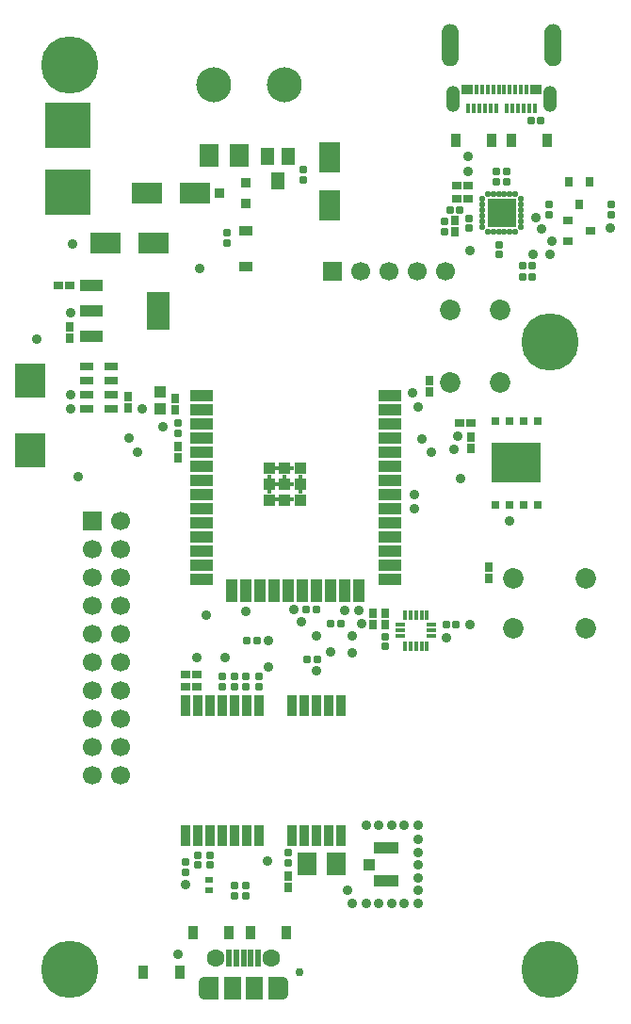
<source format=gts>
G04*
G04 #@! TF.GenerationSoftware,Altium Limited,Altium Designer,22.5.1 (42)*
G04*
G04 Layer_Color=8388736*
%FSLAX25Y25*%
%MOIN*%
G70*
G04*
G04 #@! TF.SameCoordinates,F96336C5-8BC0-4A74-BE74-20B5A895D5FC*
G04*
G04*
G04 #@! TF.FilePolarity,Negative*
G04*
G01*
G75*
%ADD39R,0.07000X0.08000*%
%ADD61C,0.03591*%
G04:AMPARAMS|DCode=62|XSize=27.56mil|YSize=25.59mil|CornerRadius=5.41mil|HoleSize=0mil|Usage=FLASHONLY|Rotation=0.000|XOffset=0mil|YOffset=0mil|HoleType=Round|Shape=RoundedRectangle|*
%AMROUNDEDRECTD62*
21,1,0.02756,0.01476,0,0,0.0*
21,1,0.01673,0.02559,0,0,0.0*
1,1,0.01083,0.00837,-0.00738*
1,1,0.01083,-0.00837,-0.00738*
1,1,0.01083,-0.00837,0.00738*
1,1,0.01083,0.00837,0.00738*
%
%ADD62ROUNDEDRECTD62*%
%ADD63R,0.10236X0.10236*%
%ADD64O,0.02362X0.01968*%
%ADD65O,0.01968X0.02362*%
%ADD66R,0.02559X0.03150*%
%ADD67R,0.17520X0.13976*%
%ADD68C,0.02953*%
%ADD69R,0.03391X0.01591*%
%ADD70R,0.01591X0.03391*%
%ADD71R,0.02953X0.03740*%
G04:AMPARAMS|DCode=72|XSize=27.56mil|YSize=25.59mil|CornerRadius=5.41mil|HoleSize=0mil|Usage=FLASHONLY|Rotation=90.000|XOffset=0mil|YOffset=0mil|HoleType=Round|Shape=RoundedRectangle|*
%AMROUNDEDRECTD72*
21,1,0.02756,0.01476,0,0,90.0*
21,1,0.01673,0.02559,0,0,90.0*
1,1,0.01083,0.00738,0.00837*
1,1,0.01083,0.00738,-0.00837*
1,1,0.01083,-0.00738,-0.00837*
1,1,0.01083,-0.00738,0.00837*
%
%ADD72ROUNDEDRECTD72*%
%ADD73R,0.03740X0.07677*%
%ADD74R,0.04921X0.02953*%
%ADD75R,0.10630X0.12205*%
%ADD76R,0.03740X0.04528*%
%ADD77R,0.08661X0.04134*%
%ADD78R,0.04134X0.03937*%
%ADD79R,0.04528X0.06102*%
%ADD80R,0.11024X0.07480*%
%ADD81R,0.02953X0.02165*%
%ADD82R,0.04134X0.04134*%
%ADD83R,0.08465X0.04134*%
%ADD84R,0.04134X0.08465*%
%ADD85R,0.16339X0.16339*%
%ADD86R,0.04331X0.04331*%
%ADD87R,0.03032X0.03543*%
%ADD88R,0.08071X0.13189*%
%ADD89R,0.08071X0.04134*%
%ADD90R,0.03740X0.03740*%
%ADD91R,0.01772X0.03347*%
%ADD92R,0.04134X0.03347*%
%ADD93R,0.05315X0.08071*%
%ADD94R,0.06496X0.08071*%
%ADD95R,0.02165X0.05906*%
%ADD96R,0.03543X0.03032*%
%ADD97R,0.07480X0.11024*%
%ADD98R,0.03740X0.02953*%
%ADD99R,0.04528X0.03740*%
%ADD100C,0.07284*%
%ADD101C,0.06693*%
%ADD102R,0.06693X0.06693*%
%ADD103C,0.01772*%
%ADD104O,0.04921X0.09252*%
%ADD105O,0.05709X0.10827*%
%ADD106O,0.04331X0.08071*%
%ADD107C,0.06299*%
%ADD108C,0.12402*%
%ADD109C,0.02559*%
%ADD110C,0.20276*%
G36*
X907431Y781855D02*
X907277Y781867D01*
X907124Y781888D01*
X906972Y781916D01*
X906822Y781952D01*
X906674Y781996D01*
X906528Y782047D01*
X906385Y782106D01*
X906245Y782173D01*
X906110Y782247D01*
X905978Y782328D01*
X905850Y782415D01*
X905728Y782509D01*
X905610Y782610D01*
X905498Y782716D01*
X905392Y782828D01*
X905291Y782946D01*
X905197Y783068D01*
X905110Y783196D01*
X905029Y783328D01*
X904955Y783463D01*
X904889Y783603D01*
X904829Y783746D01*
X904778Y783891D01*
X904734Y784040D01*
X904698Y784190D01*
X904670Y784342D01*
X904649Y784495D01*
X904637Y784649D01*
X904633Y784804D01*
Y793859D01*
X904637Y794014D01*
X904649Y794168D01*
X904670Y794321D01*
X904698Y794473D01*
X904734Y794623D01*
X904778Y794772D01*
X904829Y794917D01*
X904889Y795060D01*
X904955Y795200D01*
X905029Y795335D01*
X905110Y795467D01*
X905197Y795595D01*
X905291Y795717D01*
X905392Y795835D01*
X905498Y795947D01*
X905610Y796053D01*
X905728Y796154D01*
X905850Y796248D01*
X905978Y796336D01*
X906110Y796416D01*
X906245Y796490D01*
X906385Y796557D01*
X906528Y796616D01*
X906674Y796667D01*
X906822Y796711D01*
X906972Y796747D01*
X907124Y796775D01*
X907277Y796796D01*
X907431Y796808D01*
X907586Y796812D01*
X907740Y796808D01*
X907895Y796796D01*
X908048Y796775D01*
X908200Y796747D01*
X908350Y796711D01*
X908498Y796667D01*
X908644Y796616D01*
X908787Y796557D01*
X908926Y796490D01*
X909062Y796416D01*
X909194Y796336D01*
X909322Y796248D01*
X909444Y796154D01*
X909562Y796053D01*
X909674Y795947D01*
X909780Y795835D01*
X909881Y795717D01*
X909975Y795595D01*
X910062Y795467D01*
X910143Y795335D01*
X910217Y795200D01*
X910283Y795060D01*
X910343Y794917D01*
X910394Y794772D01*
X910438Y794623D01*
X910474Y794473D01*
X910502Y794321D01*
X910522Y794168D01*
X910535Y794014D01*
X910539Y793859D01*
Y784804D01*
X910535Y784649D01*
X910522Y784495D01*
X910502Y784342D01*
X910474Y784190D01*
X910438Y784040D01*
X910394Y783891D01*
X910343Y783746D01*
X910283Y783603D01*
X910217Y783463D01*
X910143Y783328D01*
X910062Y783196D01*
X909975Y783068D01*
X909881Y782946D01*
X909780Y782828D01*
X909674Y782716D01*
X909562Y782610D01*
X909444Y782509D01*
X909322Y782415D01*
X909194Y782328D01*
X909062Y782247D01*
X908926Y782173D01*
X908787Y782106D01*
X908644Y782047D01*
X908498Y781996D01*
X908350Y781952D01*
X908200Y781916D01*
X908048Y781888D01*
X907895Y781867D01*
X907740Y781855D01*
X907586Y781851D01*
X907431Y781855D01*
D02*
G37*
G36*
X943809D02*
X943655Y781867D01*
X943502Y781888D01*
X943350Y781916D01*
X943200Y781952D01*
X943052Y781996D01*
X942906Y782047D01*
X942763Y782106D01*
X942623Y782173D01*
X942488Y782247D01*
X942356Y782328D01*
X942228Y782415D01*
X942106Y782509D01*
X941988Y782610D01*
X941876Y782716D01*
X941770Y782828D01*
X941669Y782946D01*
X941575Y783068D01*
X941488Y783196D01*
X941407Y783328D01*
X941333Y783463D01*
X941266Y783603D01*
X941207Y783746D01*
X941156Y783891D01*
X941112Y784040D01*
X941076Y784190D01*
X941047Y784342D01*
X941027Y784495D01*
X941015Y784649D01*
X941011Y784804D01*
Y793859D01*
X941015Y794014D01*
X941027Y794168D01*
X941047Y794321D01*
X941076Y794473D01*
X941112Y794623D01*
X941156Y794772D01*
X941207Y794917D01*
X941266Y795060D01*
X941333Y795200D01*
X941407Y795335D01*
X941488Y795467D01*
X941575Y795595D01*
X941669Y795717D01*
X941770Y795835D01*
X941876Y795947D01*
X941988Y796053D01*
X942106Y796154D01*
X942228Y796248D01*
X942356Y796336D01*
X942488Y796416D01*
X942623Y796490D01*
X942763Y796557D01*
X942906Y796616D01*
X943052Y796667D01*
X943200Y796711D01*
X943350Y796747D01*
X943502Y796775D01*
X943655Y796796D01*
X943809Y796808D01*
X943964Y796812D01*
X944118Y796808D01*
X944273Y796796D01*
X944426Y796775D01*
X944578Y796747D01*
X944728Y796711D01*
X944876Y796667D01*
X945022Y796616D01*
X945165Y796557D01*
X945304Y796490D01*
X945440Y796416D01*
X945572Y796336D01*
X945700Y796248D01*
X945822Y796154D01*
X945940Y796053D01*
X946052Y795947D01*
X946158Y795835D01*
X946259Y795717D01*
X946353Y795595D01*
X946440Y795467D01*
X946521Y795335D01*
X946595Y795200D01*
X946661Y795060D01*
X946721Y794917D01*
X946772Y794772D01*
X946816Y794623D01*
X946852Y794473D01*
X946880Y794321D01*
X946900Y794168D01*
X946913Y794014D01*
X946917Y793859D01*
Y784804D01*
X946913Y784649D01*
X946900Y784495D01*
X946880Y784342D01*
X946852Y784190D01*
X946816Y784040D01*
X946772Y783891D01*
X946721Y783746D01*
X946661Y783603D01*
X946595Y783463D01*
X946521Y783328D01*
X946440Y783196D01*
X946353Y783068D01*
X946259Y782946D01*
X946158Y782828D01*
X946052Y782716D01*
X945940Y782610D01*
X945822Y782509D01*
X945700Y782415D01*
X945572Y782328D01*
X945440Y782247D01*
X945304Y782173D01*
X945165Y782106D01*
X945022Y782047D01*
X944876Y781996D01*
X944728Y781952D01*
X944578Y781916D01*
X944426Y781888D01*
X944273Y781867D01*
X944118Y781855D01*
X943964Y781851D01*
X943809Y781855D01*
D02*
G37*
D39*
X832900Y750200D02*
D03*
X822400D02*
D03*
X856900Y499700D02*
D03*
X867400D02*
D03*
D61*
X894923Y630209D02*
D03*
X805900Y654200D02*
D03*
X796909Y645191D02*
D03*
X894400Y666200D02*
D03*
X871400Y490200D02*
D03*
X872900Y485700D02*
D03*
X877900D02*
D03*
X882400D02*
D03*
X886900D02*
D03*
X891400D02*
D03*
X896400D02*
D03*
Y490200D02*
D03*
Y494700D02*
D03*
Y499200D02*
D03*
Y503700D02*
D03*
Y508200D02*
D03*
Y513200D02*
D03*
X891400D02*
D03*
X886900D02*
D03*
X882400D02*
D03*
X877900D02*
D03*
X821400Y587700D02*
D03*
X775900Y636700D02*
D03*
X964400Y724700D02*
D03*
X943489Y719958D02*
D03*
X818900Y710200D02*
D03*
X773900Y719070D02*
D03*
X913986Y744574D02*
D03*
X913986Y749806D02*
D03*
X937900Y728200D02*
D03*
X936900Y715200D02*
D03*
X942900D02*
D03*
X939900Y724200D02*
D03*
X914461Y584325D02*
D03*
X817900Y572700D02*
D03*
X813900Y492139D02*
D03*
X894900Y625200D02*
D03*
X911273Y636078D02*
D03*
X914482Y716700D02*
D03*
X928540Y621044D02*
D03*
X827900Y572700D02*
D03*
X811400Y467700D02*
D03*
X798539Y660728D02*
D03*
X773127Y660720D02*
D03*
X761400Y685200D02*
D03*
X842900Y500700D02*
D03*
X835132Y588932D02*
D03*
X773127Y665680D02*
D03*
X773400Y694700D02*
D03*
X843400Y578700D02*
D03*
X860400Y580200D02*
D03*
Y567900D02*
D03*
X855067Y585200D02*
D03*
X852400Y589700D02*
D03*
X843312Y569322D02*
D03*
X870400Y589200D02*
D03*
X876400Y584700D02*
D03*
X875400Y589200D02*
D03*
X865400Y574700D02*
D03*
X872900Y580200D02*
D03*
X872900Y574200D02*
D03*
X906300Y579700D02*
D03*
X793909Y650191D02*
D03*
X900900Y645200D02*
D03*
X896400Y661200D02*
D03*
X910163Y650846D02*
D03*
X897602Y649902D02*
D03*
X908900Y646200D02*
D03*
D62*
X905506Y727004D02*
D03*
Y723461D02*
D03*
X811400Y651928D02*
D03*
Y655472D02*
D03*
X914386Y724574D02*
D03*
Y728117D02*
D03*
X924900Y718743D02*
D03*
Y715200D02*
D03*
X942694Y732999D02*
D03*
Y729456D02*
D03*
X964500Y729285D02*
D03*
Y732829D02*
D03*
X884461Y580096D02*
D03*
Y576553D02*
D03*
X835400Y491903D02*
D03*
Y488360D02*
D03*
X831400Y491903D02*
D03*
Y488360D02*
D03*
X826900Y562367D02*
D03*
Y565911D02*
D03*
X831400Y562367D02*
D03*
Y565911D02*
D03*
X822554Y502772D02*
D03*
Y499228D02*
D03*
X835400Y565911D02*
D03*
Y562367D02*
D03*
X839900D02*
D03*
Y565911D02*
D03*
X850400Y503472D02*
D03*
Y499928D02*
D03*
X818400Y499228D02*
D03*
Y502772D02*
D03*
X828703Y722909D02*
D03*
Y719365D02*
D03*
X855746Y745279D02*
D03*
Y741736D02*
D03*
X927650Y744472D02*
D03*
Y740928D02*
D03*
X923900Y744472D02*
D03*
Y740928D02*
D03*
X813900Y496596D02*
D03*
Y500139D02*
D03*
D63*
X925775Y729987D02*
D03*
D64*
X932566Y734909D02*
D03*
Y732940D02*
D03*
Y730972D02*
D03*
Y729003D02*
D03*
Y727035D02*
D03*
Y725066D02*
D03*
X918984D02*
D03*
Y727035D02*
D03*
Y729003D02*
D03*
Y730972D02*
D03*
Y732940D02*
D03*
Y734909D02*
D03*
D65*
X930696Y723196D02*
D03*
X928728D02*
D03*
X926759D02*
D03*
X924791D02*
D03*
X922822D02*
D03*
X920854D02*
D03*
Y736779D02*
D03*
X922822D02*
D03*
X924791D02*
D03*
X926759D02*
D03*
X928728D02*
D03*
X930696D02*
D03*
D66*
X923584Y626724D02*
D03*
X928584D02*
D03*
X933584D02*
D03*
X938584D02*
D03*
X923584Y656291D02*
D03*
X928584D02*
D03*
X933584D02*
D03*
X938584D02*
D03*
D67*
X931084Y641507D02*
D03*
D68*
X854400Y461139D02*
D03*
D69*
X889900Y580200D02*
D03*
Y582200D02*
D03*
Y584200D02*
D03*
X901100D02*
D03*
Y582200D02*
D03*
Y580200D02*
D03*
D70*
X891600Y587800D02*
D03*
X893500D02*
D03*
X895500D02*
D03*
X897500D02*
D03*
X899400D02*
D03*
Y576600D02*
D03*
X897500D02*
D03*
X895500D02*
D03*
X893500D02*
D03*
X891600D02*
D03*
D71*
X953279Y732999D02*
D03*
X957019Y740952D02*
D03*
X949539D02*
D03*
D72*
X856928Y572100D02*
D03*
X860472D02*
D03*
X856628Y589700D02*
D03*
X860172D02*
D03*
X868943Y584700D02*
D03*
X865400D02*
D03*
X907527Y730974D02*
D03*
X911070D02*
D03*
X933128Y707200D02*
D03*
X936672D02*
D03*
X933128Y711200D02*
D03*
X936672D02*
D03*
X909672Y584200D02*
D03*
X906128D02*
D03*
X939751Y762743D02*
D03*
X936208D02*
D03*
X835628Y578700D02*
D03*
X839172D02*
D03*
D73*
X831164Y509639D02*
D03*
X813841Y555639D02*
D03*
X818172D02*
D03*
X822502D02*
D03*
X826833D02*
D03*
X831164D02*
D03*
X835495D02*
D03*
X839825D02*
D03*
X851636D02*
D03*
X855967D02*
D03*
X860298D02*
D03*
X864628D02*
D03*
X868959D02*
D03*
Y509639D02*
D03*
X864628D02*
D03*
X860298D02*
D03*
X855967D02*
D03*
X851636D02*
D03*
X839825D02*
D03*
X835495D02*
D03*
X826833D02*
D03*
X822502D02*
D03*
X818172D02*
D03*
X813841D02*
D03*
D74*
X778904Y660779D02*
D03*
Y665700D02*
D03*
Y670621D02*
D03*
Y675543D02*
D03*
X787565Y660779D02*
D03*
Y665700D02*
D03*
Y670621D02*
D03*
Y675543D02*
D03*
D75*
X758900Y670503D02*
D03*
Y645897D02*
D03*
D76*
X816648Y475139D02*
D03*
X829404D02*
D03*
X922406Y755700D02*
D03*
X909651D02*
D03*
X799022Y461139D02*
D03*
X811778D02*
D03*
X941899Y755700D02*
D03*
X929143D02*
D03*
X849719Y475139D02*
D03*
X836963D02*
D03*
D77*
X884900Y505200D02*
D03*
Y493586D02*
D03*
D78*
X878896Y499393D02*
D03*
D79*
X842798Y749806D02*
D03*
X850278D02*
D03*
X846538Y741145D02*
D03*
D80*
X800207Y737011D02*
D03*
X817136D02*
D03*
X802640Y719169D02*
D03*
X785711D02*
D03*
D81*
X822400Y490428D02*
D03*
Y493972D02*
D03*
D82*
X843451Y639480D02*
D03*
Y633968D02*
D03*
Y628457D02*
D03*
X854475Y639480D02*
D03*
Y633968D02*
D03*
Y628457D02*
D03*
X848963Y639480D02*
D03*
Y633968D02*
D03*
Y628457D02*
D03*
D03*
D83*
X819435Y665209D02*
D03*
Y660209D02*
D03*
Y655209D02*
D03*
Y650209D02*
D03*
Y645209D02*
D03*
Y640209D02*
D03*
Y635209D02*
D03*
Y630209D02*
D03*
Y625209D02*
D03*
Y620209D02*
D03*
Y615209D02*
D03*
Y610209D02*
D03*
Y605209D02*
D03*
Y600209D02*
D03*
X886365D02*
D03*
Y605209D02*
D03*
Y610209D02*
D03*
Y615209D02*
D03*
Y620209D02*
D03*
Y625209D02*
D03*
Y630209D02*
D03*
Y635209D02*
D03*
Y640209D02*
D03*
Y645209D02*
D03*
Y650209D02*
D03*
Y655209D02*
D03*
Y660209D02*
D03*
Y665209D02*
D03*
D84*
X830400Y596272D02*
D03*
X835400D02*
D03*
X840400D02*
D03*
X845400D02*
D03*
X850400D02*
D03*
X855400D02*
D03*
X860400D02*
D03*
X865400D02*
D03*
X870400D02*
D03*
X875400D02*
D03*
D85*
X772400Y760822D02*
D03*
Y737200D02*
D03*
D86*
X804900Y666653D02*
D03*
Y660747D02*
D03*
D87*
X900400Y670669D02*
D03*
Y666732D02*
D03*
X810400Y660231D02*
D03*
Y664169D02*
D03*
X811400Y647169D02*
D03*
Y643231D02*
D03*
X914900Y650669D02*
D03*
Y646732D02*
D03*
X793704Y660905D02*
D03*
Y664842D02*
D03*
X880400Y588168D02*
D03*
Y584232D02*
D03*
X884461Y588293D02*
D03*
Y584356D02*
D03*
X850400Y495169D02*
D03*
Y491231D02*
D03*
X772900Y685671D02*
D03*
Y689608D02*
D03*
X909194Y727201D02*
D03*
Y723264D02*
D03*
X921400Y604700D02*
D03*
Y600763D02*
D03*
D88*
X804113Y695231D02*
D03*
D89*
X780687Y686176D02*
D03*
Y695231D02*
D03*
Y704287D02*
D03*
D90*
X835396Y733271D02*
D03*
Y740751D02*
D03*
X825947Y737011D02*
D03*
D91*
X937586Y767009D02*
D03*
X935618D02*
D03*
X933649D02*
D03*
X931680D02*
D03*
X929712D02*
D03*
X927743D02*
D03*
X923806D02*
D03*
X921838D02*
D03*
X919869D02*
D03*
X917901D02*
D03*
X915932D02*
D03*
X913964D02*
D03*
X916917Y773702D02*
D03*
X918885D02*
D03*
X920854D02*
D03*
X922822D02*
D03*
X924791D02*
D03*
X926759D02*
D03*
X928728D02*
D03*
X930696D02*
D03*
X932665D02*
D03*
X934633D02*
D03*
D92*
X913767D02*
D03*
X937783D02*
D03*
D93*
X845880Y455639D02*
D03*
X823046D02*
D03*
D94*
X838400D02*
D03*
X830526D02*
D03*
D95*
X839581Y466269D02*
D03*
X837022D02*
D03*
X834463D02*
D03*
X831904D02*
D03*
X829345D02*
D03*
D96*
X914009Y735109D02*
D03*
X910072D02*
D03*
X913869Y739700D02*
D03*
X909932D02*
D03*
X914869Y655700D02*
D03*
X910932D02*
D03*
X817869Y566700D02*
D03*
X813931D02*
D03*
X817994Y562439D02*
D03*
X814057D02*
D03*
X772869Y704200D02*
D03*
X768931D02*
D03*
D97*
X864899Y749669D02*
D03*
Y732739D02*
D03*
D98*
X957255Y723698D02*
D03*
X949302Y727438D02*
D03*
Y719958D02*
D03*
D99*
X835396Y723578D02*
D03*
Y710822D02*
D03*
D100*
X925258Y695495D02*
D03*
Y669905D02*
D03*
X907542Y695495D02*
D03*
Y669905D02*
D03*
X955436Y583078D02*
D03*
X929846D02*
D03*
X955436Y600794D02*
D03*
X929846D02*
D03*
D101*
X790900Y570900D02*
D03*
Y580900D02*
D03*
X780900D02*
D03*
Y570900D02*
D03*
Y590900D02*
D03*
X790900D02*
D03*
X780900Y600900D02*
D03*
X790900D02*
D03*
X780900Y610900D02*
D03*
X790900D02*
D03*
Y620900D02*
D03*
X780900Y530900D02*
D03*
X790900D02*
D03*
X780900Y540900D02*
D03*
X790900D02*
D03*
X780900Y550900D02*
D03*
X790900D02*
D03*
Y560900D02*
D03*
X780900D02*
D03*
X905900Y709200D02*
D03*
X895900D02*
D03*
X885900D02*
D03*
X875900D02*
D03*
D102*
X780900Y620900D02*
D03*
X865900Y709200D02*
D03*
D103*
X843495Y631213D02*
D03*
X854518D02*
D03*
Y636724D02*
D03*
X849006D02*
D03*
X843495D02*
D03*
X846207Y639524D02*
D03*
X851719D02*
D03*
Y634012D02*
D03*
X846207D02*
D03*
X851719Y628500D02*
D03*
X846207D02*
D03*
D104*
X942783Y770198D02*
D03*
X908767D02*
D03*
D105*
X943964Y791300D02*
D03*
X907586D02*
D03*
D106*
X848243Y455639D02*
D03*
X820683D02*
D03*
D107*
X844306Y466269D02*
D03*
X824621D02*
D03*
D108*
X823900Y775200D02*
D03*
X848900D02*
D03*
D109*
X923610Y727822D02*
D03*
Y732153D02*
D03*
X927940Y727822D02*
D03*
Y732153D02*
D03*
X925179Y637570D02*
D03*
Y641507D02*
D03*
Y645444D02*
D03*
X929116Y637570D02*
D03*
Y641507D02*
D03*
Y645444D02*
D03*
X933053Y637570D02*
D03*
Y641507D02*
D03*
Y645444D02*
D03*
X936990Y637570D02*
D03*
Y641507D02*
D03*
Y645444D02*
D03*
D110*
X942900Y684200D02*
D03*
X772900Y782200D02*
D03*
Y462200D02*
D03*
X942900D02*
D03*
M02*

</source>
